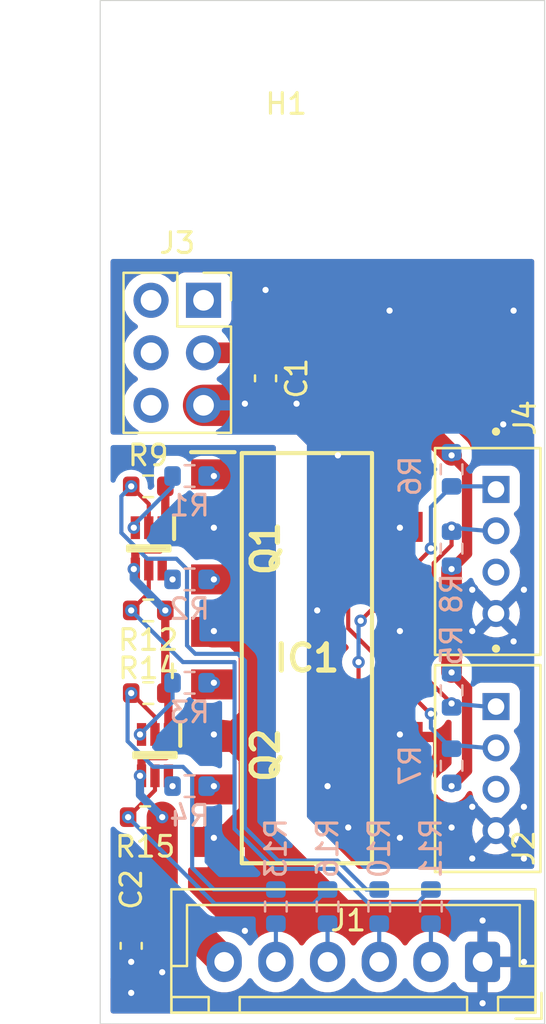
<source format=kicad_pcb>
(kicad_pcb (version 20240108) (generator "pcbnew") (generator_version "8.0")
  (layers (0 "F.Cu" signal) (31 "B.Cu" signal) (34 "B.Paste" user) (35 "F.Paste" user) (36 "B.SilkS" user "B.Silkscreen") (37 "F.SilkS" user "F.Silkscreen") (38 "B.Mask" user) (39 "F.Mask" user) (44 "Edge.Cuts" user))
  (net 0 "")
  (net 1 "GND")
  (net 2 "+5V")
  (net 3 "Net-(IC1-A_2)")
  (net 4 "GND2")
  (net 5 "Net-(IC1-A_3)")
  (net 6 "Net-(IC1-A_1)")
  (net 7 "Net-(IC1-A_4)")
  (net 8 "+3V3")
  (net 9 "AN2")
  (net 10 "IN2")
  (net 15 "AN1")
  (net 16 "IN1")
  (net 17 "PWM_R")
  (net 18 "DIR_L")
  (net 19 "PWM_L")
  (net 20 "DIR_R")
  (net 23 "Net-(Q1-G1)")
  (net 24 "n_PWM_R")
  (net 25 "Net-(Q1-G2)")
  (net 26 "n_DIR_R")
  (net 27 "Net-(Q2-G2)")
  (net 28 "n_PWM_L")
  (net 29 "Net-(Q2-G1)")
  (net 30 "n_DIR_L")
  (footprint "BSS84DW-7-F:SOT65P222X110-6N" (layer "F.Cu") (at 165.15 67.5 -90)
    (property "Reference" "Q2" (at 0 -5.35 90) (layer "F.SilkS") (effects (font (size 1.27 1.27) (thickness 0.254))))
    (property "Value" "BSS84DW-7-F" (hide yes))
    (fp_line (start -0.1 1) (end -0.1 -1) (stroke (width 0.2)) (layer "F.SilkS"))
    (fp_line (start 0.1 1) (end -0.1 1) (stroke (width 0.2)) (layer "F.SilkS"))
    (fp_line (start -0.1 -1) (end 0.1 -1) (stroke (width 0.2)) (layer "F.SilkS"))
    (fp_line (start 0.1 -1) (end 0.1 1) (stroke (width 0.2)) (layer "F.SilkS"))
    (fp_line (start -1.55 -1.225) (end -0.45 -1.225) (stroke (width 0.2)) (layer "F.SilkS"))
    (pad "1" smd rect (at -1 -0.65) (size 0.45 1.1) (layers "F.Cu" "F.Paste" "F.Mask") (net 8 "+3V3"))
    (pad "2" smd rect (at -1 0) (size 0.45 1.1) (layers "F.Cu" "F.Paste" "F.Mask") (net 27 "Net-(Q2-G2)"))
    (pad "3" smd rect (at -1 0.65) (size 0.45 1.1) (layers "F.Cu" "F.Paste" "F.Mask") (net 30 "n_DIR_L"))
    (pad "4" smd rect (at 1 0.65) (size 0.45 1.1) (layers "F.Cu" "F.Paste" "F.Mask") (net 8 "+3V3"))
    (pad "5" smd rect (at 1 0) (size 0.45 1.1) (layers "F.Cu" "F.Paste" "F.Mask") (net 29 "Net-(Q2-G1)"))
    (pad "6" smd rect (at 1 -0.65) (size 0.45 1.1) (layers "F.Cu" "F.Paste" "F.Mask") (net 28 "n_PWM_L"))
  )
  (footprint "MountingHole:MountingHole_4.3mm_M4" (layer "F.Cu") (at 178.25 36)
    (property "Reference" "H1" (at -6.75 0 0) (layer "F.SilkS"))
    (property "Value" "MountingHole")
    (pad "" np_thru_hole circle (at 0 0) (size 4.3 4.3) (drill 4.3) (layers "*.Cu" "*.Mask"))
  )
  (footprint "110990030:SEEED_110990030" (layer "F.Cu") (at 181.65 57.65 -90)
    (property "Reference" "J4" (at -6.46 -1.4 90) (layer "F.SilkS"))
    (property "Value" "110990030")
    (fp_line (start -5 2.95) (end -5 -2.15) (stroke (width 0.127)) (layer "F.SilkS"))
    (fp_line (start 5 2.95) (end -5 2.95) (stroke (width 0.127)) (layer "F.SilkS"))
    (fp_line (start -5 -2.15) (end 5 -2.15) (stroke (width 0.127)) (layer "F.SilkS"))
    (fp_line (start 5 -2.15) (end 5 2.95) (stroke (width 0.127)) (layer "F.SilkS"))
    (fp_circle (center -5.8 0) (end -5.7 0) (stroke (width 0.2)) (fill none) (layer "F.SilkS"))
    (pad "1" thru_hole rect (at -3 0 270) (size 1.308 1.308) (drill 0.8) (layers "*.Cu" "*.Mask") (net 9 "AN2"))
    (pad "2" thru_hole circle (at -1 0 270) (size 1.308 1.308) (drill 0.8) (layers "*.Cu" "*.Mask") (net 15 "AN1"))
    (pad "3" thru_hole circle (at 1 0 270) (size 1.308 1.308) (drill 0.8) (layers "*.Cu" "*.Mask"))
    (pad "4" thru_hole circle (at 3 0 270) (size 1.308 1.308) (drill 0.8) (layers "*.Cu" "*.Mask") (net 1 "GND"))
  )
  (footprint "Resistor_SMD:R_0603_1608Metric" (layer "F.Cu") (at 164.825 54.5 180)
    (property "Reference" "R9" (at 0 1.5 180) (layer "F.SilkS"))
    (property "Value" "10k")
    (fp_line (start -0.237258 0.5225) (end 0.237258 0.5225) (stroke (width 0.12)) (layer "F.SilkS"))
    (fp_line (start -0.237258 -0.5225) (end 0.237258 -0.5225) (stroke (width 0.12)) (layer "F.SilkS"))
    (pad "1" smd roundrect (at -0.825 0 180) (size 0.8 0.95) (layers "F.Cu" "F.Paste" "F.Mask") (net 8 "+3V3"))
    (pad "2" smd roundrect (at 0.825 0 180) (size 0.8 0.95) (layers "F.Cu" "F.Paste" "F.Mask") (net 25 "Net-(Q1-G2)"))
  )
  (footprint "Capacitor_SMD:C_0603_1608Metric" (layer "F.Cu") (at 170.5 49.275 90)
    (property "Reference" "C1" (at 0 1.5 -90) (layer "F.SilkS"))
    (property "Value" "10u")
    (fp_line (start -0.14058 -0.51) (end 0.14058 -0.51) (stroke (width 0.12)) (layer "F.SilkS"))
    (fp_line (start -0.14058 0.51) (end 0.14058 0.51) (stroke (width 0.12)) (layer "F.SilkS"))
    (pad "1" smd roundrect (at -0.775 0 90) (size 0.9 0.95) (layers "F.Cu" "F.Paste" "F.Mask") (net 1 "GND"))
    (pad "2" smd roundrect (at 0.775 0 90) (size 0.9 0.95) (layers "F.Cu" "F.Paste" "F.Mask") (net 2 "+5V"))
  )
  (footprint "BSS84DW-7-F:SOT65P222X110-6N" (layer "F.Cu") (at 164.85 57.5 -90)
    (property "Reference" "Q1" (at 0 -5.65 90) (layer "F.SilkS") (effects (font (size 1.27 1.27) (thickness 0.254))))
    (property "Value" "BSS84DW-7-F" (hide yes))
    (fp_line (start -0.1 1) (end -0.1 -1) (stroke (width 0.2)) (layer "F.SilkS"))
    (fp_line (start 0.1 1) (end -0.1 1) (stroke (width 0.2)) (layer "F.SilkS"))
    (fp_line (start -0.1 -1) (end 0.1 -1) (stroke (width 0.2)) (layer "F.SilkS"))
    (fp_line (start 0.1 -1) (end 0.1 1) (stroke (width 0.2)) (layer "F.SilkS"))
    (fp_line (start -1.55 -1.225) (end -0.45 -1.225) (stroke (width 0.2)) (layer "F.SilkS"))
    (pad "1" smd rect (at -1 -0.65) (size 0.45 1.1) (layers "F.Cu" "F.Paste" "F.Mask") (net 8 "+3V3"))
    (pad "2" smd rect (at -1 0) (size 0.45 1.1) (layers "F.Cu" "F.Paste" "F.Mask") (net 25 "Net-(Q1-G2)"))
    (pad "3" smd rect (at -1 0.65) (size 0.45 1.1) (layers "F.Cu" "F.Paste" "F.Mask") (net 26 "n_DIR_R"))
    (pad "4" smd rect (at 1 0.65) (size 0.45 1.1) (layers "F.Cu" "F.Paste" "F.Mask") (net 8 "+3V3"))
    (pad "5" smd rect (at 1 0) (size 0.45 1.1) (layers "F.Cu" "F.Paste" "F.Mask") (net 23 "Net-(Q1-G1)"))
    (pad "6" smd rect (at 1 -0.65) (size 0.45 1.1) (layers "F.Cu" "F.Paste" "F.Mask") (net 24 "n_PWM_R"))
  )
  (footprint "LTV-846S:LTV846S" (layer "F.Cu") (at 172.5 62.81)
    (property "Reference" "IC1" (at 0 0 0) (layer "F.SilkS") (effects (font (size 1.27 1.27) (thickness 0.254))))
    (property "Value" "LTV-846S" (hide yes))
    (fp_line (start -5.6 -9.965) (end -3.5 -9.965) (stroke (width 0.2)) (layer "F.SilkS"))
    (fp_line (start -3.15 -9.92) (end 3.15 -9.92) (stroke (width 0.2)) (layer "F.SilkS"))
    (fp_line (start -3.15 9.92) (end -3.15 -9.92) (stroke (width 0.2)) (layer "F.SilkS"))
    (fp_line (start 3.15 -9.92) (end 3.15 9.92) (stroke (width 0.2)) (layer "F.SilkS"))
    (fp_line (start 3.15 9.92) (end -3.15 9.92) (stroke (width 0.2)) (layer "F.SilkS"))
    (pad "1" smd rect (at -4.55 -8.89 90) (size 1.45 2.1) (layers "F.Cu" "F.Paste" "F.Mask") (net 6 "Net-(IC1-A_1)"))
    (pad "2" smd rect (at -4.55 -6.35 90) (size 1.45 2.1) (layers "F.Cu" "F.Paste" "F.Mask") (net 4 "GND2"))
    (pad "3" smd rect (at -4.55 -3.81 90) (size 1.45 2.1) (layers "F.Cu" "F.Paste" "F.Mask") (net 3 "Net-(IC1-A_2)"))
    (pad "4" smd rect (at -4.55 -1.27 90) (size 1.45 2.1) (layers "F.Cu" "F.Paste" "F.Mask") (net 4 "GND2"))
    (pad "5" smd rect (at -4.55 1.27 90) (size 1.45 2.1) (layers "F.Cu" "F.Paste" "F.Mask") (net 5 "Net-(IC1-A_3)"))
    (pad "6" smd rect (at -4.55 3.81 90) (size 1.45 2.1) (layers "F.Cu" "F.Paste" "F.Mask") (net 4 "GND2"))
    (pad "7" smd rect (at -4.55 6.35 90) (size 1.45 2.1) (layers "F.Cu" "F.Paste" "F.Mask") (net 7 "Net-(IC1-A_4)"))
    (pad "8" smd rect (at -4.55 8.89 90) (size 1.45 2.1) (layers "F.Cu" "F.Paste" "F.Mask") (net 4 "GND2"))
    (pad "9" smd rect (at 4.55 8.89 90) (size 1.45 2.1) (layers "F.Cu" "F.Paste" "F.Mask") (net 1 "GND"))
    (pad "10" smd rect (at 4.55 6.35 90) (size 1.45 2.1) (layers "F.Cu" "F.Paste" "F.Mask") (net 15 "AN1"))
    (pad "11" smd rect (at 4.55 3.81 90) (size 1.45 2.1) (layers "F.Cu" "F.Paste" "F.Mask") (net 1 "GND"))
    (pad "12" smd rect (at 4.55 1.27 90) (size 1.45 2.1) (layers "F.Cu" "F.Paste" "F.Mask") (net 16 "IN1"))
    (pad "13" smd rect (at 4.55 -1.27 90) (size 1.45 2.1) (layers "F.Cu" "F.Paste" "F.Mask") (net 1 "GND"))
    (pad "14" smd rect (at 4.55 -3.81 90) (size 1.45 2.1) (layers "F.Cu" "F.Paste" "F.Mask") (net 9 "AN2"))
    (pad "15" smd rect (at 4.55 -6.35 90) (size 1.45 2.1) (layers "F.Cu" "F.Paste" "F.Mask") (net 1 "GND"))
    (pad "16" smd rect (at 4.55 -8.89 90) (size 1.45 2.1) (layers "F.Cu" "F.Paste" "F.Mask") (net 10 "IN2"))
  )
  (footprint "Resistor_SMD:R_0603_1608Metric" (layer "F.Cu") (at 164.675 70.5 180)
    (property "Reference" "R15" (at 0 -1.43 180) (layer "F.SilkS"))
    (property "Value" "10k")
    (fp_line (start -0.237258 0.5225) (end 0.237258 0.5225) (stroke (width 0.12)) (layer "F.SilkS"))
    (fp_line (start -0.237258 -0.5225) (end 0.237258 -0.5225) (stroke (width 0.12)) (layer "F.SilkS"))
    (pad "1" smd roundrect (at -0.825 0 180) (size 0.8 0.95) (layers "F.Cu" "F.Paste" "F.Mask") (net 8 "+3V3"))
    (pad "2" smd roundrect (at 0.825 0 180) (size 0.8 0.95) (layers "F.Cu" "F.Paste" "F.Mask") (net 29 "Net-(Q2-G1)"))
  )
  (footprint "Connector_JST:JST_XH_B6B-XH-A_1x06_P2.50mm_Vertical" (layer "F.Cu") (at 181 77.5 180)
    (property "Reference" "J1" (at 6.5 2 180) (layer "F.SilkS"))
    (property "Value" "Conn_01x06")
    (fp_line (start 15.06 3.51) (end 15.06 -2.46) (stroke (width 0.12)) (layer "F.SilkS"))
    (fp_line (start 15.06 -2.46) (end -2.56 -2.46) (stroke (width 0.12)) (layer "F.SilkS"))
    (fp_line (start 15.05 -0.2) (end 14.3 -0.2) (stroke (width 0.12)) (layer "F.SilkS"))
    (fp_line (start 15.05 -1.7) (end 15.05 -2.45) (stroke (width 0.12)) (layer "F.SilkS"))
    (fp_line (start 15.05 -2.45) (end 13.25 -2.45) (stroke (width 0.12)) (layer "F.SilkS"))
    (fp_line (start 14.3 2.75) (end 6.25 2.75) (stroke (width 0.12)) (layer "F.SilkS"))
    (fp_line (start 14.3 -0.2) (end 14.3 2.75) (stroke (width 0.12)) (layer "F.SilkS"))
    (fp_line (start 13.25 -1.7) (end 15.05 -1.7) (stroke (width 0.12)) (layer "F.SilkS"))
    (fp_line (start 13.25 -2.45) (end 13.25 -1.7) (stroke (width 0.12)) (layer "F.SilkS"))
    (fp_line (start 11.75 -1.7) (end 11.75 -2.45) (stroke (width 0.12)) (layer "F.SilkS"))
    (fp_line (start 11.75 -2.45) (end 0.75 -2.45) (stroke (width 0.12)) (layer "F.SilkS"))
    (fp_line (start 0.75 -1.7) (end 11.75 -1.7) (stroke (width 0.12)) (layer "F.SilkS"))
    (fp_line (start 0.75 -2.45) (end 0.75 -1.7) (stroke (width 0.12)) (layer "F.SilkS"))
    (fp_line (start -0.75 -1.7) (end -0.75 -2.45) (stroke (width 0.12)) (layer "F.SilkS"))
    (fp_line (start -0.75 -2.45) (end -2.55 -2.45) (stroke (width 0.12)) (layer "F.SilkS"))
    (fp_line (start -1.6 -2.75) (end -2.85 -2.75) (stroke (width 0.12)) (layer "F.SilkS"))
    (fp_line (start -1.8 2.75) (end 6.25 2.75) (stroke (width 0.12)) (layer "F.SilkS"))
    (fp_line (start -1.8 -0.2) (end -1.8 2.75) (stroke (width 0.12)) (layer "F.SilkS"))
    (fp_line (start -2.55 -0.2) (end -1.8 -0.2) (stroke (width 0.12)) (layer "F.SilkS"))
    (fp_line (start -2.55 -1.7) (end -0.75 -1.7) (stroke (width 0.12)) (layer "F.SilkS"))
    (fp_line (start -2.55 -2.45) (end -2.55 -1.7) (stroke (width 0.12)) (layer "F.SilkS"))
    (fp_line (start -2.56 3.51) (end 15.06 3.51) (stroke (width 0.12)) (layer "F.SilkS"))
    (fp_line (start -2.56 -2.46) (end -2.56 3.51) (stroke (width 0.12)) (layer "F.SilkS"))
    (fp_line (start -2.85 -2.75) (end -2.85 -1.5) (stroke (width 0.12)) (layer "F.SilkS"))
    (pad "1" thru_hole roundrect (at 0 0 180) (size 1.7 1.95) (drill 0.95) (layers "*.Cu" "*.Mask") (roundrect_rratio 0.147059) (net 4 "GND2"))
    (pad "2" thru_hole oval (at 2.5 0 180) (size 1.7 1.95) (drill 0.95) (layers "*.Cu" "*.Mask") (net 20 "DIR_R"))
    (pad "3" thru_hole oval (at 5 0 180) (size 1.7 1.95) (drill 0.95) (layers "*.Cu" "*.Mask") (net 17 "PWM_R"))
    (pad "4" thru_hole oval (at 7.5 0 180) (size 1.7 1.95) (drill 0.95) (layers "*.Cu" "*.Mask") (net 18 "DIR_L"))
    (pad "5" thru_hole oval (at 10 0 180) (size 1.7 1.95) (drill 0.95) (layers "*.Cu" "*.Mask") (net 19 "PWM_L"))
    (pad "6" thru_hole oval (at 12.5 0 180) (size 1.7 1.95) (drill 0.95) (layers "*.Cu" "*.Mask") (net 8 "+3V3"))
  )
  (footprint "Capacitor_SMD:C_0603_1608Metric" (layer "F.Cu") (at 164 76.725 -90)
    (property "Reference" "C2" (at -2.725 0 90) (layer "F.SilkS"))
    (property "Value" "10u")
    (fp_line (start -0.14058 0.51) (end 0.14058 0.51) (stroke (width 0.12)) (layer "F.SilkS"))
    (fp_line (start -0.14058 -0.51) (end 0.14058 -0.51) (stroke (width 0.12)) (layer "F.SilkS"))
    (pad "1" smd roundrect (at -0.775 0 270) (size 0.9 0.95) (layers "F.Cu" "F.Paste" "F.Mask") (net 8 "+3V3"))
    (pad "2" smd roundrect (at 0.775 0 270) (size 0.9 0.95) (layers "F.Cu" "F.Paste" "F.Mask") (net 4 "GND2"))
  )
  (footprint "Resistor_SMD:R_0603_1608Metric" (layer "F.Cu") (at 164.825 64.5 180)
    (property "Reference" "R14" (at 0 1.2 180) (layer "F.SilkS"))
    (property "Value" "10k")
    (fp_line (start -0.237258 0.5225) (end 0.237258 0.5225) (stroke (width 0.12)) (layer "F.SilkS"))
    (fp_line (start -0.237258 -0.5225) (end 0.237258 -0.5225) (stroke (width 0.12)) (layer "F.SilkS"))
    (pad "1" smd roundrect (at -0.825 0 180) (size 0.8 0.95) (layers "F.Cu" "F.Paste" "F.Mask") (net 8 "+3V3"))
    (pad "2" smd roundrect (at 0.825 0 180) (size 0.8 0.95) (layers "F.Cu" "F.Paste" "F.Mask") (net 27 "Net-(Q2-G2)"))
  )
  (footprint "Resistor_SMD:R_0603_1608Metric" (layer "F.Cu") (at 164.825 60.5 180)
    (property "Reference" "R12" (at 0 -1.43 180) (layer "F.SilkS"))
    (property "Value" "10k")
    (fp_line (start -0.237258 0.5225) (end 0.237258 0.5225) (stroke (width 0.12)) (layer "F.SilkS"))
    (fp_line (start -0.237258 -0.5225) (end 0.237258 -0.5225) (stroke (width 0.12)) (layer "F.SilkS"))
    (pad "1" smd roundrect (at -0.825 0 180) (size 0.8 0.95) (layers "F.Cu" "F.Paste" "F.Mask") (net 8 "+3V3"))
    (pad "2" smd roundrect (at 0.825 0 180) (size 0.8 0.95) (layers "F.Cu" "F.Paste" "F.Mask") (net 23 "Net-(Q1-G1)"))
  )
  (footprint "110990030:SEEED_110990030" (layer "F.Cu") (at 181.65 68.15 -90)
    (property "Reference" "J2" (at 3.85 -1.35 90) (layer "F.SilkS"))
    (property "Value" "110990030")
    (fp_line (start -5 2.95) (end -5 -2.15) (stroke (width 0.127)) (layer "F.SilkS"))
    (fp_line (start 5 2.95) (end -5 2.95) (stroke (width 0.127)) (layer "F.SilkS"))
    (fp_line (start -5 -2.15) (end 5 -2.15) (stroke (width 0.127)) (layer "F.SilkS"))
    (fp_line (start 5 -2.15) (end 5 2.95) (stroke (width 0.127)) (layer "F.SilkS"))
    (fp_circle (center -5.8 0) (end -5.7 0) (stroke (width 0.2)) (fill none) (layer "F.SilkS"))
    (pad "1" thru_hole rect (at -3 0 270) (size 1.308 1.308) (drill 0.8) (layers "*.Cu" "*.Mask") (net 10 "IN2"))
    (pad "2" thru_hole circle (at -1 0 270) (size 1.308 1.308) (drill 0.8) (layers "*.Cu" "*.Mask") (net 16 "IN1"))
    (pad "3" thru_hole circle (at 1 0 270) (size 1.308 1.308) (drill 0.8) (layers "*.Cu" "*.Mask"))
    (pad "4" thru_hole circle (at 3 0 270) (size 1.308 1.308) (drill 0.8) (layers "*.Cu" "*.Mask") (net 1 "GND"))
  )
  (footprint "Connector_PinSocket_2.54mm:PinSocket_2x03_P2.54mm_Vertical" (layer "F.Cu") (at 167.5 45.5)
    (property "Reference" "J3" (at -1.27 -2.77 0) (layer "F.SilkS"))
    (property "Value" "Conn_02x03_Odd_Even")
    (fp_line (start -3.87 -1.33) (end -3.87 6.41) (stroke (width 0.12)) (layer "F.SilkS"))
    (fp_line (start -3.87 -1.33) (end -1.27 -1.33) (stroke (width 0.12)) (layer "F.SilkS"))
    (fp_line (start -3.87 6.41) (end 1.33 6.41) (stroke (width 0.12)) (layer "F.SilkS"))
    (fp_line (start -1.27 -1.33) (end -1.27 1.27) (stroke (width 0.12)) (layer "F.SilkS"))
    (fp_line (start -1.27 1.27) (end 1.33 1.27) (stroke (width 0.12)) (layer "F.SilkS"))
    (fp_line (start 0 -1.33) (end 1.33 -1.33) (stroke (width 0.12)) (layer "F.SilkS"))
    (fp_line (start 1.33 -1.33) (end 1.33 0) (stroke (width 0.12)) (layer "F.SilkS"))
    (fp_line (start 1.33 1.27) (end 1.33 6.41) (stroke (width 0.12)) (layer "F.SilkS"))
    (pad "1" thru_hole rect (at 0 0) (size 1.7 1.7) (drill 1) (layers "*.Cu" "*.Mask"))
    (pad "2" thru_hole oval (at -2.54 0) (size 1.7 1.7) (drill 1) (layers "*.Cu" "*.Mask"))
    (pad "3" thru_hole oval (at 0 2.54) (size 1.7 1.7) (drill 1) (layers "*.Cu" "*.Mask") (net 2 "+5V"))
    (pad "4" thru_hole oval (at -2.54 2.54) (size 1.7 1.7) (drill 1) (layers "*.Cu" "*.Mask"))
    (pad "5" thru_hole oval (at 0 5.08) (size 1.7 1.7) (drill 1) (layers "*.Cu" "*.Mask") (net 1 "GND"))
    (pad "6" thru_hole oval (at -2.54 5.08) (size 1.7 1.7) (drill 1) (layers "*.Cu" "*.Mask"))
  )
  (footprint "Resistor_SMD:R_0603_1608Metric" (layer "B.Cu") (at 179.5 68.015 -90)
    (property "Reference" "R7" (at -0.015 2 90) (layer "B.SilkS") (effects (justify mirror)))
    (property "Value" "10k")
    (fp_line (start 0.237258 0.5225) (end -0.237258 0.5225) (stroke (width 0.12)) (layer "B.SilkS"))
    (fp_line (start 0.237258 -0.5225) (end -0.237258 -0.5225) (stroke (width 0.12)) (layer "B.SilkS"))
    (pad "1" smd roundrect (at -0.825 0 270) (size 0.8 0.95) (layers "B.Cu" "B.Paste" "B.Mask") (net 16 "IN1"))
    (pad "2" smd roundrect (at 0.825 0 270) (size 0.8 0.95) (layers "B.Cu" "B.Paste" "B.Mask") (net 2 "+5V"))
  )
  (footprint "Resistor_SMD:R_0603_1608Metric" (layer "B.Cu") (at 166.825 54)
    (property "Reference" "R1" (at 0 1.43 0) (layer "B.SilkS") (effects (justify mirror)))
    (property "Value" "39")
    (fp_line (start 0.237258 -0.5225) (end -0.237258 -0.5225) (stroke (width 0.12)) (layer "B.SilkS"))
    (fp_line (start 0.237258 0.5225) (end -0.237258 0.5225) (stroke (width 0.12)) (layer "B.SilkS"))
    (pad "1" smd roundrect (at -0.825 0) (size 0.8 0.95) (layers "B.Cu" "B.Paste" "B.Mask") (net 26 "n_DIR_R"))
    (pad "2" smd roundrect (at 0.825 0) (size 0.8 0.95) (layers "B.Cu" "B.Paste" "B.Mask") (net 6 "Net-(IC1-A_1)"))
  )
  (footprint "Resistor_SMD:R_0603_1608Metric" (layer "B.Cu") (at 179.5 64.365 90)
    (property "Reference" "R5" (at 2.175 0 -90) (layer "B.SilkS") (effects (justify mirror)))
    (property "Value" "10k")
    (fp_line (start 0.237258 -0.5225) (end -0.237258 -0.5225) (stroke (width 0.12)) (layer "B.SilkS"))
    (fp_line (start 0.237258 0.5225) (end -0.237258 0.5225) (stroke (width 0.12)) (layer "B.SilkS"))
    (pad "1" smd roundrect (at -0.825 0 90) (size 0.8 0.95) (layers "B.Cu" "B.Paste" "B.Mask") (net 10 "IN2"))
    (pad "2" smd roundrect (at 0.825 0 90) (size 0.8 0.95) (layers "B.Cu" "B.Paste" "B.Mask") (net 2 "+5V"))
  )
  (footprint "Resistor_SMD:R_0603_1608Metric" (layer "B.Cu") (at 166.825 69)
    (property "Reference" "R4" (at 0 1.43 0) (layer "B.SilkS") (effects (justify mirror)))
    (property "Value" "39")
    (fp_line (start 0.237258 -0.5225) (end -0.237258 -0.5225) (stroke (width 0.12)) (layer "B.SilkS"))
    (fp_line (start 0.237258 0.5225) (end -0.237258 0.5225) (stroke (width 0.12)) (layer "B.SilkS"))
    (pad "1" smd roundrect (at -0.825 0) (size 0.8 0.95) (layers "B.Cu" "B.Paste" "B.Mask") (net 28 "n_PWM_L"))
    (pad "2" smd roundrect (at 0.825 0) (size 0.8 0.95) (layers "B.Cu" "B.Paste" "B.Mask") (net 7 "Net-(IC1-A_4)"))
  )
  (footprint "Resistor_SMD:R_0603_1608Metric" (layer "B.Cu") (at 176 74.825 -90)
    (property "Reference" "R10" (at -2.825 0 90) (layer "B.SilkS") (effects (justify mirror)))
    (property "Value" "100")
    (fp_line (start 0.237258 0.5225) (end -0.237258 0.5225) (stroke (width 0.12)) (layer "B.SilkS"))
    (fp_line (start 0.237258 -0.5225) (end -0.237258 -0.5225) (stroke (width 0.12)) (layer "B.SilkS"))
    (pad "1" smd roundrect (at -0.825 0 270) (size 0.8 0.95) (layers "B.Cu" "B.Paste" "B.Mask") (net 25 "Net-(Q1-G2)"))
    (pad "2" smd roundrect (at 0.825 0 270) (size 0.8 0.95) (layers "B.Cu" "B.Paste" "B.Mask") (net 17 "PWM_R"))
  )
  (footprint "Resistor_SMD:R_0603_1608Metric" (layer "B.Cu") (at 166.825 59)
    (property "Reference" "R2" (at 0 1.43 0) (layer "B.SilkS") (effects (justify mirror)))
    (property "Value" "39")
    (fp_line (start 0.237258 -0.5225) (end -0.237258 -0.5225) (stroke (width 0.12)) (layer "B.SilkS"))
    (fp_line (start 0.237258 0.5225) (end -0.237258 0.5225) (stroke (width 0.12)) (layer "B.SilkS"))
    (pad "1" smd roundrect (at -0.825 0) (size 0.8 0.95) (layers "B.Cu" "B.Paste" "B.Mask") (net 24 "n_PWM_R"))
    (pad "2" smd roundrect (at 0.825 0) (size 0.8 0.95) (layers "B.Cu" "B.Paste" "B.Mask") (net 3 "Net-(IC1-A_2)"))
  )
  (footprint "Resistor_SMD:R_0603_1608Metric" (layer "B.Cu") (at 179.5 57.515 -90)
    (property "Reference" "R8" (at 2.175 0 90) (layer "B.SilkS") (effects (justify mirror)))
    (property "Value" "10k")
    (fp_line (start 0.237258 0.5225) (end -0.237258 0.5225) (stroke (width 0.12)) (layer "B.SilkS"))
    (fp_line (start 0.237258 -0.5225) (end -0.237258 -0.5225) (stroke (width 0.12)) (layer "B.SilkS"))
    (pad "1" smd roundrect (at -0.825 0 270) (size 0.8 0.95) (layers "B.Cu" "B.Paste" "B.Mask") (net 15 "AN1"))
    (pad "2" smd roundrect (at 0.825 0 270) (size 0.8 0.95) (layers "B.Cu" "B.Paste" "B.Mask") (net 2 "+5V"))
  )
  (footprint "Resistor_SMD:R_0603_1608Metric" (layer "B.Cu") (at 179.5 53.675 90)
    (property "Reference" "R6" (at -0.325 -2 -90) (layer "B.SilkS") (effects (justify mirror)))
    (property "Value" "10k")
    (fp_line (start 0.237258 -0.5225) (end -0.237258 -0.5225) (stroke (width 0.12)) (layer "B.SilkS"))
    (fp_line (start 0.237258 0.5225) (end -0.237258 0.5225) (stroke (width 0.12)) (layer "B.SilkS"))
    (pad "1" smd roundrect (at -0.825 0 90) (size 0.8 0.95) (layers "B.Cu" "B.Paste" "B.Mask") (net 9 "AN2"))
    (pad "2" smd roundrect (at 0.825 0 90) (size 0.8 0.95) (layers "B.Cu" "B.Paste" "B.Mask") (net 2 "+5V"))
  )
  (footprint "Resistor_SMD:R_0603_1608Metric" (layer "B.Cu") (at 173.5 74.825 -90)
    (property "Reference" "R16" (at -2.825 0 90) (layer "B.SilkS") (effects (justify mirror)))
    (property "Value" "100")
    (fp_line (start 0.237258 0.5225) (end -0.237258 0.5225) (stroke (width 0.12)) (layer "B.SilkS"))
    (fp_line (start 0.237258 -0.5225) (end -0.237258 -0.5225) (stroke (width 0.12)) (layer "B.SilkS"))
    (pad "1" smd roundrect (at -0.825 0 270) (size 0.8 0.95) (layers "B.Cu" "B.Paste" "B.Mask") (net 29 "Net-(Q2-G1)"))
    (pad "2" smd roundrect (at 0.825 0 270) (size 0.8 0.95) (layers "B.Cu" "B.Paste" "B.Mask") (net 18 "DIR_L"))
  )
  (footprint "Resistor_SMD:R_0603_1608Metric" (layer "B.Cu") (at 178.5 74.825 -90)
    (property "Reference" "R11" (at -2.825 0 90) (layer "B.SilkS") (effects (justify mirror)))
    (property "Value" "100")
    (fp_line (start 0.237258 0.5225) (end -0.237258 0.5225) (stroke (width 0.12)) (layer "B.SilkS"))
    (fp_line (start 0.237258 -0.5225) (end -0.237258 -0.5225) (stroke (width 0.12)) (layer "B.SilkS"))
    (pad "1" smd roundrect (at -0.825 0 270) (size 0.8 0.95) (layers "B.Cu" "B.Paste" "B.Mask") (net 23 "Net-(Q1-G1)"))
    (pad "2" smd roundrect (at 0.825 0 270) (size 0.8 0.95) (layers "B.Cu" "B.Paste" "B.Mask") (net 20 "DIR_R"))
  )
  (footprint "Resistor_SMD:R_0603_1608Metric" (layer "B.Cu") (at 171 74.825 -90)
    (property "Reference" "R13" (at -2.825 0 90) (layer "B.SilkS") (effects (justify mirror)))
    (property "Value" "100")
    (fp_line (start 0.237258 0.5225) (end -0.237258 0.5225) (stroke (width 0.12)) (layer "B.SilkS"))
    (fp_line (start 0.237258 -0.5225) (end -0.237258 -0.5225) (stroke (width 0.12)) (layer "B.SilkS"))
    (pad "1" smd roundrect (at -0.825 0 270) (size 0.8 0.95) (layers "B.Cu" "B.Paste" "B.Mask") (net 27 "Net-(Q2-G2)"))
    (pad "2" smd roundrect (at 0.825 0 270) (size 0.8 0.95) (layers "B.Cu" "B.Paste" "B.Mask") (net 19 "PWM_L"))
  )
  (footprint "Resistor_SMD:R_0603_1608Metric" (layer "B.Cu") (at 166.825 64)
    (property "Reference" "R3" (at 0 1.43 0) (layer "B.SilkS") (effects (justify mirror)))
    (property "Value" "39")
    (fp_line (start 0.237258 -0.5225) (end -0.237258 -0.5225) (stroke (width 0.12)) (layer "B.SilkS"))
    (fp_line (start 0.237258 0.5225) (end -0.237258 0.5225) (stroke (width 0.12)) (layer "B.SilkS"))
    (pad "1" smd roundrect (at -0.825 0) (size 0.8 0.95) (layers "B.Cu" "B.Paste" "B.Mask") (net 30 "n_DIR_L"))
    (pad "2" smd roundrect (at 0.825 0) (size 0.8 0.95) (layers "B.Cu" "B.Paste" "B.Mask") (net 5 "Net-(IC1-A_3)"))
  )
  (gr_line (start 162.5 80.5) (end 163 80.5) (stroke (width 0.05)) (layer "Edge.Cuts"))
  (gr_line (start 162.5 31) (end 163 31) (stroke (width 0.05)) (layer "Edge.Cuts"))
  (gr_line (start 184 31) (end 184 80.5) (stroke (width 0.05)) (layer "Edge.Cuts"))
  (gr_line (start 184 80.5) (end 163.5 80.5) (stroke (width 0.05)) (layer "Edge.Cuts"))
  (gr_line (start 163 31) (end 184 31) (stroke (width 0.05)) (layer "Edge.Cuts"))
  (gr_line (start 163.5 80.5) (end 163 80.5) (stroke (width 0.05)) (layer "Edge.Cuts"))
  (gr_line (start 162.5 80.5) (end 162.5 31) (stroke (width 0.05)) (layer "Edge.Cuts"))
  (segment (start 169.5 50.5) (end 172 50.5) (width 2) (layer "F.Cu") (net 1))
  (segment (start 169.42 50.58) (end 167.5 50.58) (width 2) (layer "F.Cu") (net 1))
  (segment (start 169.5 50.5) (end 169.42 50.58) (width 2) (layer "F.Cu") (net 1))
  (via (at 169.5 50.5) (size 0.6) (drill 0.3) (layers "F.Cu" "B.Cu") (net 1))
  (via (at 180.5 59.5) (size 0.6) (drill 0.3) (layers "F.Cu" "B.Cu") (net 1))
  (via (at 173.5 69) (size 0.6) (drill 0.3) (layers "F.Cu" "B.Cu") (net 1))
  (via (at 183 70) (size 0.6) (drill 0.3) (layers "F.Cu" "B.Cu") (net 1))
  (via (at 173 60.5) (size 0.6) (drill 0.3) (layers "F.Cu" "B.Cu") (net 1))
  (via (at 177 61.5) (size 0.6) (drill 0.3) (layers "F.Cu" "B.Cu") (net 1))
  (via (at 170.5 45) (size 0.6) (drill 0.3) (layers "F.Cu" "B.Cu") (net 1))
  (via (at 179.5 71) (size 0.6) (drill 0.3) (layers "F.Cu" "B.Cu") (net 1))
  (via (at 183 72.5) (size 0.6) (drill 0.3) (layers "F.Cu" "B.Cu") (net 1))
  (via (at 177 56.5) (size 0.6) (drill 0.3) (layers "F.Cu" "B.Cu") (net 1))
  (via (at 174.5 71) (size 0.6) (drill 0.3) (layers "F.Cu" "B.Cu") (net 1))
  (via (at 177 71.5) (size 0.6) (drill 0.3) (layers "F.Cu" "B.Cu") (net 1))
  (via (at 182 51.5) (size 0.6) (drill 0.3) (layers "F.Cu" "B.Cu") (net 1))
  (via (at 180.5 70) (size 0.6) (drill 0.3) (layers "F.Cu" "B.Cu") (net 1))
  (via (at 182.5 62) (size 0.6) (drill 0.3) (layers "F.Cu" "B.Cu") (net 1))
  (via (at 172 50.5) (size 0.6) (drill 0.3) (layers "F.Cu" "B.Cu") (net 1))
  (via (at 177 66.5) (size 0.6) (drill 0.3) (layers "F.Cu" "B.Cu") (net 1))
  (via (at 174 53) (size 0.6) (drill 0.3) (layers "F.Cu" "B.Cu") (net 1))
  (via (at 182.5 46) (size 0.6) (drill 0.3) (layers "F.Cu" "B.Cu") (net 1))
  (via (at 176.5 46) (size 0.6) (drill 0.3) (layers "F.Cu" "B.Cu") (net 1))
  (via (at 180.5 72.5) (size 0.6) (drill 0.3) (layers "F.Cu" "B.Cu") (net 1))
  (via (at 180.5 61.5) (size 0.6) (drill 0.3) (layers "F.Cu" "B.Cu") (net 1))
  (via (at 183 59.5) (size 0.6) (drill 0.3) (layers "F.Cu" "B.Cu") (net 1))
  (segment (start 177 56.5) (end 177 61.5) (width 1.5) (layer "B.Cu") (net 1))
  (segment (start 177 66.5) (end 177 71.5) (width 1.5) (layer "B.Cu") (net 1))
  (segment (start 177 61.5) (end 177 66.5) (width 1.5) (layer "B.Cu") (net 1))
  (segment (start 175 48.5) (end 179.5 53) (width 1) (layer "F.Cu") (net 2))
  (segment (start 170.04 48.04) (end 170.5 48.5) (width 1) (layer "F.Cu") (net 2))
  (segment (start 167.5 48.04) (end 170.04 48.04) (width 1) (layer "F.Cu") (net 2))
  (segment (start 180.25 57.75) (end 179.5 58.5) (width 0.5) (layer "F.Cu") (net 2))
  (segment (start 179.5 58.5) (end 179.5 63.5) (width 1) (layer "F.Cu") (net 2))
  (segment (start 170.5 48.5) (end 175 48.5) (width 1) (layer "F.Cu") (net 2))
  (segment (start 180.25 53.75) (end 180.25 57.75) (width 0.5) (layer "F.Cu") (net 2))
  (segment (start 180.25 68.25) (end 179.5 69) (width 0.5) (layer "F.Cu") (net 2))
  (segment (start 179.5 53) (end 180.25 53.75) (width 0.5) (layer "F.Cu") (net 2))
  (segment (start 180.25 64.25) (end 180.25 68.25) (width 0.5) (layer "F.Cu") (net 2))
  (segment (start 179.5 63.5) (end 180.25 64.25) (width 0.5) (layer "F.Cu") (net 2))
  (via (at 179.5 53) (size 0.6) (drill 0.3) (layers "F.Cu" "B.Cu") (net 2))
  (via (at 179.5 69) (size 0.6) (drill 0.3) (layers "F.Cu" "B.Cu") (net 2))
  (via (at 179.5 58.5) (size 0.6) (drill 0.3) (layers "F.Cu" "B.Cu") (net 2))
  (via (at 179.5 63.5) (size 0.6) (drill 0.3) (layers "F.Cu" "B.Cu") (net 2))
  (segment (start 179.5 52.85) (end 179.5 53) (width 0.5) (layer "B.Cu") (net 2))
  (via (at 168 59) (size 0.6) (drill 0.3) (layers "F.Cu" "B.Cu") (net 3))
  (segment (start 168 56.5) (end 167.96 56.46) (width 1.5) (layer "F.Cu") (net 4))
  (segment (start 168.04 56.46) (end 168 56.5) (width 1.5) (layer "F.Cu") (net 4))
  (segment (start 167.96 56.46) (end 167.95 56.46) (width 1.5) (layer "F.Cu") (net 4))
  (segment (start 168.96 56.46) (end 168.04 56.46) (width 1.5) (layer "F.Cu") (net 4))
  (segment (start 169.085 66.62) (end 169.95 65.755) (width 1.5) (layer "F.Cu") (net 4))
  (segment (start 169.95 65.755) (end 169.95 62.405) (width 1.5) (layer "F.Cu") (net 4))
  (segment (start 168 71.5) (end 168.635 71.7) (width 1.5) (layer "F.Cu") (net 4))
  (segment (start 168.04 61.54) (end 169.085 61.54) (width 1.5) (layer "F.Cu") (net 4))
  (segment (start 169.95 60.675) (end 169.95 57.45) (width 1.5) (layer "F.Cu") (net 4))
  (segment (start 168 61.5) (end 168.04 61.54) (width 1.5) (layer "F.Cu") (net 4))
  (segment (start 168 66.5) (end 169.085 66.62) (width 1.5) (layer "F.Cu") (net 4))
  (segment (start 167.95 61.54) (end 167.96 61.54) (width 1.5) (layer "F.Cu") (net 4))
  (segment (start 169.085 61.54) (end 169.95 60.675) (width 1.5) (layer "F.Cu") (net 4))
  (segment (start 167.95 66.62) (end 168 66.5) (width 1.5) (layer "F.Cu") (net 4))
  (segment (start 169.95 67.485) (end 169.085 66.62) (width 1.5) (layer "F.Cu") (net 4))
  (segment (start 169.95 62.405) (end 169.085 61.54) (width 1.5) (layer "F.Cu") (net 4))
  (segment (start 169.95 70.385) (end 169.95 67.485) (width 1.5) (layer "F.Cu") (net 4))
  (segment (start 168.635 71.7) (end 169.95 70.385) (width 1.5) (layer "F.Cu") (net 4))
  (segment (start 167.95 71.7) (end 168 71.5) (width 1.5) (layer "F.Cu") (net 4))
  (segment (start 167.96 61.54) (end 168 61.5) (width 1.5) (layer "F.Cu") (net 4))
  (segment (start 169.95 57.45) (end 168.96 56.46) (width 1.5) (layer "F.Cu") (net 4))
  (via (at 168 66.5) (size 0.6) (drill 0.3) (layers "F.Cu" "B.Cu") (net 4))
  (via (at 168 56.5) (size 0.6) (drill 0.3) (layers "F.Cu" "B.Cu") (net 4))
  (via (at 164 77.5) (size 0.6) (drill 0.3) (layers "F.Cu" "B.Cu") (net 4))
  (via (at 164 79) (size 0.6) (drill 0.3) (layers "F.Cu" "B.Cu") (net 4))
  (via (at 181 79.5) (size 0.6) (drill 0.3) (layers "F.Cu" "B.Cu") (net 4))
  (via (at 168 61.5) (size 0.6) (drill 0.3) (layers "F.Cu" "B.Cu") (net 4))
  (via (at 181 75.5) (size 0.6) (drill 0.3) (layers "F.Cu" "B.Cu") (net 4))
  (via (at 169.5 76) (size 0.6) (drill 0.3) (layers "F.Cu" "B.Cu") (net 4))
  (via (at 168 71.5) (size 0.6) (drill 0.3) (layers "F.Cu" "B.Cu") (net 4))
  (via (at 165.5 78) (size 0.6) (drill 0.3) (layers "F.Cu" "B.Cu") (net 4))
  (via (at 183 77.5) (size 0.6) (drill 0.3) (layers "F.Cu" "B.Cu") (net 4))
  (via (at 168 64) (size 0.6) (drill 0.3) (layers "F.Cu" "B.Cu") (net 5))
  (via (at 168 54) (size 0.6) (drill 0.3) (layers "F.Cu" "B.Cu") (net 6))
  (via (at 168 69) (size 0.6) (drill 0.3) (layers "F.Cu" "B.Cu") (net 7))
  (segment (start 164.5 67.575) (end 164.5 68.5) (width 0.4) (layer "F.Cu") (net 8))
  (segment (start 165.5 57.425) (end 165.375 57.55) (width 0.4) (layer "F.Cu") (net 8))
  (segment (start 165.8 64.65) (end 165.8 66.5) (width 0.4) (layer "F.Cu") (net 8))
  (segment (start 168.5 77.5) (end 165.5 74.5) (width 1.5) (layer "F.Cu") (net 8))
  (segment (start 164.5 68.5) (end 164.424998 68.5) (width 0.4) (layer "F.Cu") (net 8))
  (segment (start 164.525 67.55) (end 164.5 67.575) (width 0.4) (layer "F.Cu") (net 8))
  (segment (start 165.8 67.425) (end 165.675 67.55) (width 0.4) (layer "F.Cu") (net 8))
  (segment (start 165.5 74.5) (end 165.5 70.5) (width 1.5) (layer "F.Cu") (net 8))
  (segment (start 165.65 54.5) (end 165.65 56.35) (width 0.4) (layer "F.Cu") (net 8))
  (segment (start 164.2 57.575) (end 164.2 58.5) (width 0.4) (layer "F.Cu") (net 8))
  (segment (start 165.65 64.5) (end 165.8 64.65) (width 0.4) (layer "F.Cu") (net 8))
  (segment (start 165.5 70.5) (end 165.5 74.45) (width 1.5) (layer "F.Cu") (net 8))
  (segment (start 164.225 57.55) (end 164.2 57.575) (width 0.4) (layer "F.Cu") (net 8))
  (segment (start 165.65 56.35) (end 165.5 56.5) (width 0.4) (layer "F.Cu") (net 8))
  (segment (start 165.675 67.55) (end 164.525 67.55) (width 0.4) (layer "F.Cu") (net 8))
  (segment (start 165.5 56.5) (end 165.5 57.425) (width 0.4) (layer "F.Cu") (net 8))
  (segment (start 165.375 57.55) (end 164.225 57.55) (width 0.4) (layer "F.Cu") (net 8))
  (segment (start 165.5 74.45) (end 164 75.95) (width 1.5) (layer "F.Cu") (net 8))
  (segment (start 165.8 66.5) (end 165.8 67.425) (width 0.4) (layer "F.Cu") (net 8))
  (segment (start 165.65 60.5) (end 165.65 64.5) (width 0.4) (layer "F.Cu") (net 8))
  (segment (start 164.2 58.5) (end 164.124998 58.5) (width 0.4) (layer "F.Cu") (net 8))
  (via (at 165.5 70.5) (size 0.6) (drill 0.3) (layers "F.Cu" "B.Cu") (net 8))
  (via (at 164.424998 68.5) (size 0.6) (drill 0.3) (layers "F.Cu" "B.Cu") (net 8))
  (via (at 164.124998 58.5) (size 0.6) (drill 0.3) (layers "F.Cu" "B.Cu") (net 8))
  (via (at 165.65 60.5) (size 0.6) (drill 0.3) (layers "F.Cu" "B.Cu") (net 8))
  (segment (start 164.424998 69.424998) (end 165.5 70.5) (width 0.4) (layer "B.Cu") (net 8))
  (segment (start 164.424998 68.5) (end 164.424998 69.424998) (width 0.4) (layer "B.Cu") (net 8))
  (segment (start 164.124998 58.5) (end 164.124998 58.974998) (width 0.4) (layer "B.Cu") (net 8))
  (segment (start 164.124998 58.974998) (end 165.65 60.5) (width 0.4) (layer "B.Cu") (net 8))
  (segment (start 178.5 57.5) (end 178.5 57.55) (width 0.2) (layer "F.Cu") (net 9))
  (segment (start 178.5 57.55) (end 177.05 59) (width 0.2) (layer "F.Cu") (net 9))
  (via (at 178.5 57.5) (size 0.6) (drill 0.3) (layers "F.Cu" "B.Cu") (net 9))
  (segment (start 178.5 55.5) (end 179.5 54.5) (width 0.2) (layer "B.Cu") (net 9))
  (segment (start 179.5 54.5) (end 181.5 54.5) (width 0.2) (layer "B.Cu") (net 9))
  (segment (start 178.5 57.5) (end 178.5 55.5) (width 0.2) (layer "B.Cu") (net 9))
  (segment (start 181.5 54.5) (end 181.65 54.65) (width 0.2) (layer "B.Cu") (net 9))
  (segment (start 178.4 63.055) (end 177.91 62.565) (width 0.2) (layer "F.Cu") (net 10))
  (segment (start 178.4 63.9) (end 178.4 63.055) (width 0.2) (layer "F.Cu") (net 10))
  (segment (start 175.7 62.565) (end 174.5 61.365) (width 0.2) (layer "F.Cu") (net 10))
  (segment (start 179.5 65) (end 178.4 63.9) (width 0.2) (layer "F.Cu") (net 10))
  (segment (start 174.5 56.47) (end 177.05 53.92) (width 0.2) (layer "F.Cu") (net 10))
  (segment (start 174.5 61.365) (end 174.5 56.47) (width 0.2) (layer "F.Cu") (net 10))
  (segment (start 177.91 62.565) (end 175.7 62.565) (width 0.2) (layer "F.Cu") (net 10))
  (via (at 179.5 65) (size 0.6) (drill 0.3) (layers "F.Cu" "B.Cu") (net 10))
  (segment (start 179.5 65.19) (end 179.5 65) (width 0.2) (layer "B.Cu") (net 10))
  (segment (start 181.61 65.19) (end 181.65 65.15) (width 0.2) (layer "B.Cu") (net 10))
  (segment (start 179.5 65) (end 181.61 65.19) (width 0.2) (layer "B.Cu") (net 10))
  (segment (start 179.5 56.5) (end 179.5 57.348529) (width 0.2) (layer "F.Cu") (net 15))
  (segment (start 179.5 57.348529) (end 178.633968 58.214561) (width 0.2) (layer "F.Cu") (net 15))
  (segment (start 175 67.11) (end 177.05 69.16) (width 0.2) (layer "F.Cu") (net 15))
  (segment (start 178.633968 59.791032) (end 177.91 60.515) (width 0.2) (layer "F.Cu") (net 15))
  (segment (start 178.633968 58.214561) (end 178.633968 59.791032) (width 0.2) (layer "F.Cu") (net 15))
  (segment (start 175 63) (end 175 67.11) (width 0.2) (layer "F.Cu") (net 15))
  (segment (start 175.585 60.515) (end 175.1 61) (width 0.2) (layer "F.Cu") (net 15))
  (segment (start 177.91 60.515) (end 175.585 60.515) (width 0.2) (layer "F.Cu") (net 15))
  (via (at 175.1 61) (size 0.6) (drill 0.3) (layers "F.Cu" "B.Cu") (net 15))
  (via (at 179.5 56.5) (size 0.6) (drill 0.3) (layers "F.Cu" "B.Cu") (net 15))
  (via (at 175 63) (size 0.6) (drill 0.3) (layers "F.Cu" "B.Cu") (net 15))
  (segment (start 175.1 61) (end 175 61.1) (width 0.2) (layer "B.Cu") (net 15))
  (segment (start 175 62.5) (end 175 63) (width 0.2) (layer "B.Cu") (net 15))
  (segment (start 175 61.1) (end 175 62.5) (width 0.2) (layer "B.Cu") (net 15))
  (segment (start 179.5 56.69) (end 179.5 56.5) (width 0.2) (layer "B.Cu") (net 15))
  (segment (start 181.61 56.69) (end 181.65 56.65) (width 0.2) (layer "B.Cu") (net 15))
  (segment (start 179.5 56.5) (end 181.61 56.69) (width 0.2) (layer "B.Cu") (net 15))
  (segment (start 178.5 65.5) (end 178.47 65.5) (width 0.2) (layer "F.Cu") (net 16))
  (segment (start 178.47 65.5) (end 177.05 64.08) (width 0.2) (layer "F.Cu") (net 16))
  (via (at 178.5 65.5) (size 0.6) (drill 0.3) (layers "F.Cu" "B.Cu") (net 16))
  (segment (start 179.5 67) (end 181.61 67.19) (width 0.2) (layer "B.Cu") (net 16))
  (segment (start 179.5 67.19) (end 179.5 67) (width 0.2) (layer "B.Cu") (net 16))
  (segment (start 178.5 66.19) (end 179.5 67.19) (width 0.2) (layer "B.Cu") (net 16))
  (segment (start 181.61 67.19) (end 181.65 67.15) (width 0.2) (layer "B.Cu") (net 16))
  (segment (start 178.5 65.5) (end 178.5 66.19) (width 0.2) (layer "B.Cu") (net 16))
  (segment (start 176 75.65) (end 176 77.5) (width 0.2) (layer "B.Cu") (net 17))
  (segment (start 173.5 75.65) (end 173.5 77.5) (width 0.2) (layer "B.Cu") (net 18))
  (segment (start 171 75.65) (end 171 77.5) (width 0.2) (layer "B.Cu") (net 19))
  (segment (start 178.5 75.65) (end 178.5 77.5) (width 0.2) (layer "B.Cu") (net 20))
  (segment (start 164.85 58.5) (end 164.85 59.65) (width 0.2) (layer "F.Cu") (net 23))
  (segment (start 164.85 59.65) (end 164 60.5) (width 0.2) (layer "F.Cu") (net 23))
  (via (at 164 60.5) (size 0.6) (drill 0.3) (layers "F.Cu" "B.Cu") (net 23))
  (segment (start 170.934314 73) (end 173.812352 73) (width 0.2) (layer "B.Cu") (net 23))
  (segment (start 175.512352 74.7) (end 177.8 74.7) (width 0.2) (layer "B.Cu") (net 23))
  (segment (start 164 60.5) (end 166.5 63) (width 0.2) (layer "B.Cu") (net 23))
  (segment (start 169 71.065686) (end 170.934314 73) (width 0.2) (layer "B.Cu") (net 23))
  (segment (start 169 63) (end 169 71.065686) (width 0.2) (layer "B.Cu") (net 23))
  (segment (start 166.5 63) (end 169 63) (width 0.2) (layer "B.Cu") (net 23))
  (segment (start 173.812352 73) (end 175.512352 74.7) (width 0.2) (layer "B.Cu") (net 23))
  (segment (start 177.8 74.7) (end 178.5 74) (width 0.2) (layer "B.Cu") (net 23))
  (segment (start 165.5 58.5) (end 166 59) (width 0.2) (layer "F.Cu") (net 24))
  (via (at 166 59) (size 0.6) (drill 0.3) (layers "F.Cu" "B.Cu") (net 24))
  (segment (start 164.85 56.5) (end 164.85 55.35) (width 0.2) (layer "F.Cu") (net 25))
  (segment (start 164.85 55.35) (end 164 54.5) (width 0.2) (layer "F.Cu") (net 25))
  (via (at 164 54.5) (size 0.6) (drill 0.3) (layers "F.Cu" "B.Cu") (net 25))
  (segment (start 166.7 58.512352) (end 166.7 62.2) (width 0.2) (layer "B.Cu") (net 25))
  (segment (start 166.7 62.2) (end 167.1 62.6) (width 0.2) (layer "B.Cu") (net 25))
  (segment (start 164.776469 58) (end 166.187648 58) (width 0.2) (layer "B.Cu") (net 25))
  (segment (start 166.187648 58) (end 166.7 58.512352) (width 0.2) (layer "B.Cu") (net 25))
  (segment (start 163.524998 54.975002) (end 163.524998 56.748529) (width 0.2) (layer "B.Cu") (net 25))
  (segment (start 167.1 62.6) (end 169.165685 62.6) (width 0.2) (layer "B.Cu") (net 25))
  (segment (start 169.5 62.934315) (end 169.5 71) (width 0.2) (layer "B.Cu") (net 25))
  (segment (start 169.5 71) (end 171.1 72.6) (width 0.2) (layer "B.Cu") (net 25))
  (segment (start 163.524998 56.748529) (end 164.776469 58) (width 0.2) (layer "B.Cu") (net 25))
  (segment (start 175.378038 74) (end 176 74) (width 0.2) (layer "B.Cu") (net 25))
  (segment (start 173.978038 72.6) (end 175.378038 74) (width 0.2) (layer "B.Cu") (net 25))
  (segment (start 164 54.5) (end 163.524998 54.975002) (width 0.2) (layer "B.Cu") (net 25))
  (segment (start 169.165685 62.6) (end 169.5 62.934315) (width 0.2) (layer "B.Cu") (net 25))
  (segment (start 171.1 72.6) (end 173.978038 72.6) (width 0.2) (layer "B.Cu") (net 25))
  (segment (start 164.2 56.5) (end 164.124998 56.5) (width 0.2) (layer "F.Cu") (net 26))
  (via (at 164.124998 56.5) (size 0.6) (drill 0.3) (layers "F.Cu" "B.Cu") (net 26))
  (segment (start 166 54.5) (end 166 54) (width 0.2) (layer "B.Cu") (net 26))
  (segment (start 164.124998 56.375002) (end 166 54.5) (width 0.2) (layer "B.Cu") (net 26))
  (segment (start 164.124998 56.5) (end 164.124998 56.375002) (width 0.2) (layer "B.Cu") (net 26))
  (segment (start 164 64.5) (end 165.15 65.65) (width 0.2) (layer "F.Cu") (net 27))
  (segment (start 165.15 65.65) (end 165.15 66.5) (width 0.2) (layer "F.Cu") (net 27))
  (via (at 164 64.5) (size 0.6) (drill 0.3) (layers "F.Cu" "B.Cu") (net 27))
  (segment (start 165.065686 68.065686) (end 166.503334 68.065686) (width 0.2) (layer "B.Cu") (net 27))
  (segment (start 163.824998 66.824998) (end 165.065686 68.065686) (width 0.2) (layer "B.Cu") (net 27))
  (segment (start 166.95 68.512352) (end 166.95 72.95) (width 0.2) (layer "B.Cu") (net 27))
  (segment (start 163.824998 64.675002) (end 163.824998 66.824998) (width 0.2) (layer "B.Cu") (net 27))
  (segment (start 168 74) (end 171 74) (width 0.2) (layer "B.Cu") (net 27))
  (segment (start 164 64.5) (end 163.824998 64.675002) (width 0.2) (layer "B.Cu") (net 27))
  (segment (start 166.503334 68.065686) (end 166.95 68.512352) (width 0.2) (layer "B.Cu") (net 27))
  (segment (start 166.95 72.95) (end 168 74) (width 0.2) (layer "B.Cu") (net 27))
  (segment (start 165.8 68.5) (end 165.8 68.8) (width 0.2) (layer "F.Cu") (net 28))
  (segment (start 165.8 68.8) (end 166 69) (width 0.2) (layer "F.Cu") (net 28))
  (via (at 166 69) (size 0.6) (drill 0.3) (layers "F.Cu" "B.Cu") (net 28))
  (segment (start 163.85 70.5) (end 165.15 69.2) (width 0.2) (layer "F.Cu") (net 29))
  (segment (start 165.15 69.2) (end 165.15 68.5) (width 0.2) (layer "F.Cu") (net 29))
  (via (at 163.85 70.5) (size 0.6) (drill 0.3) (layers "F.Cu" "B.Cu") (net 29))
  (segment (start 163.85 70.5) (end 168.05 74.7) (width 0.2) (layer "B.Cu") (net 29))
  (segment (start 168.05 74.7) (end 172.8 74.7) (width 0.2) (layer "B.Cu") (net 29))
  (segment (start 172.8 74.7) (end 173.5 74) (width 0.2) (layer "B.Cu") (net 29))
  (segment (start 164.5 66.5) (end 164.424998 66.5) (width 0.2) (layer "F.Cu") (net 30))
  (via (at 164.424998 66.5) (size 0.6) (drill 0.3) (layers "F.Cu" "B.Cu") (net 30))
  (segment (start 164.424998 66.5) (end 166 64.924998) (width 0.2) (layer "B.Cu") (net 30))
  (segment (start 166 64.924998) (end 166 64) (width 0.2) (layer "B.Cu") (net 30))
  (zone (net 4) (net_name "GND2") (layer "F.Cu") (connect_pads (clearance 0.5)) (min_thickness 0.25) (fill yes (thermal_gap 0.5) (thermal_bridge_width 0.5))
    (polygon (pts (xy 163 80.5) (xy 163 52.5) (xy 171 52.5) (xy 171 71) (xy 174.5 74.5) (xy 184 74.5) (xy 184 80.5) (xy 183.5 80.5)))
  )
  (zone (net 1) (net_name "GND") (layers "F&B.Cu") (priority 2) (connect_pads (clearance 0.5)) (min_thickness 0.25) (fill yes (thermal_gap 0.5) (thermal_bridge_width 0.5))
    (polygon (pts (xy 184 73) (xy 175 73) (xy 172.5 70.5) (xy 172.5 52.5) (xy 172 52) (xy 163 52) (xy 163 43.5) (xy 184 43.5)))
  )
  (zone (net 4) (net_name "GND2") (layer "B.Cu") (priority 1) (connect_pads (clearance 0.5)) (min_thickness 0.25) (fill yes (thermal_gap 0.5) (thermal_bridge_width 0.5))
    (polygon (pts (xy 163 52.5) (xy 171 52.5) (xy 171 71) (xy 174.5 74.5) (xy 184 74.5) (xy 184 80.5) (xy 163 80.5)))
  )
)
</source>
